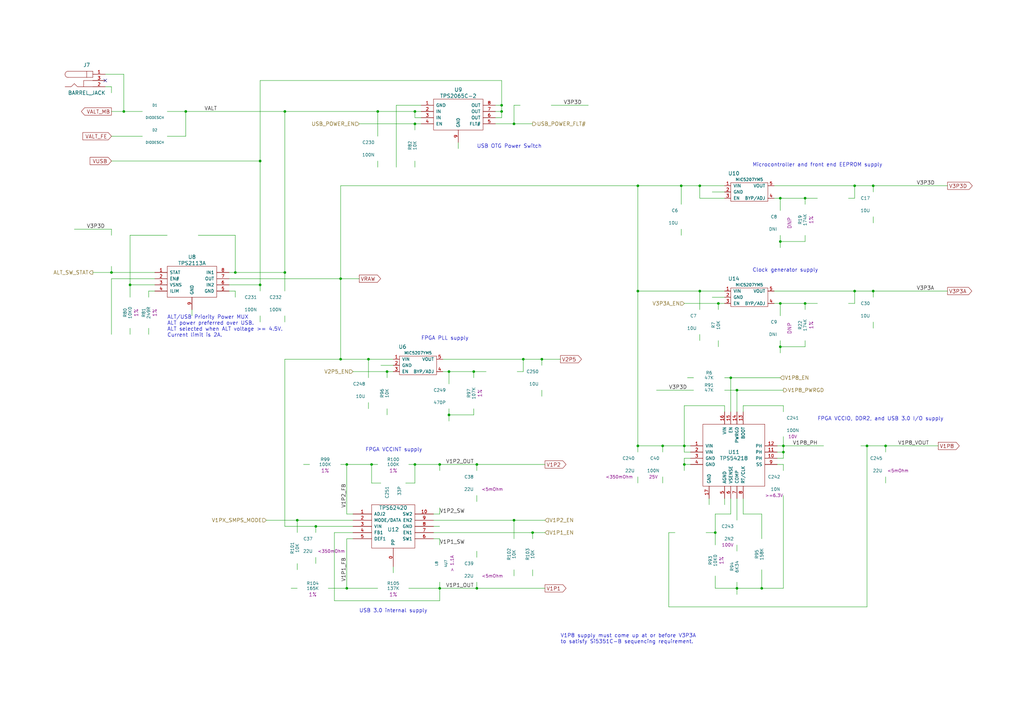
<source format=kicad_sch>
(kicad_sch (version 20230121) (generator eeschema)
  (paper "A3")
  (title_block (title "Daisho Project Main Board") (date "10 Oct 2014") (rev "0") (company "ShareBrained Technology, Inc.") (comment 1 "Copyright © 2013 Jared Boone") (comment 2 "License: GNU General Public License, version 2"))
  (lib_symbols
    (symbol "barrel_jack:BARREL_JACK" (pin_names (offset 1.016))
      (property "Reference" "CON" (at 0 6.35 0))
      (property "Value" "BARREL_JACK" (at 0 -5.08 0))
      (symbol "BARREL_JACK_0_1"
        (arc (start -8.89 2.54) (mid -8.5271 1.6254) (end -7.62 1.27))
        (arc (start -7.62 3.81) (mid -8.5088 3.4366) (end -8.89 2.54))
        (polyline (pts (xy -7.62 1.27) (xy 0 1.27)))
        (polyline (pts (xy 0 3.81) (xy -7.62 3.81)))
        (polyline (pts (xy 2.54 0) (xy -1.27 0) (xy -1.27 -2.54)))
        (polyline (pts (xy 2.54 -2.54) (xy -3.81 -2.54) (xy -5.08 -1.27) (xy -6.35 -2.54) (xy -8.89 -2.54)))
        (rectangle (start 2.54 3.81) (end 0 1.27))
      )
      (symbol "BARREL_JACK_1_1"
        (pin passive line (at 7.62 2.54 180) (length 5.08) (name "~") (number "1"))
        (pin passive line (at 7.62 -2.54 180) (length 5.08) (name "~") (number "2"))
        (pin passive line (at 7.62 0 180) (length 5.08) (name "~") (number "3"))
      )
    )
    (symbol "mic5207-bm5:MIC5207-BM5" (pin_names (offset 1.016))
      (property "Reference" "U" (at -6.35 7.62 0))
      (property "Value" "MIC5207-BM5" (at 0 5.08 0))
      (symbol "MIC5207-BM5_0_1"
        (rectangle (start -7.62 3.81) (end 7.62 -3.81))
      )
      (symbol "MIC5207-BM5_1_1"
        (pin power_in line (at -10.16 2.54 0) (length 2.5654) (name "VIN") (number "1"))
        (pin power_in line (at -10.16 0 0) (length 2.5654) (name "GND") (number "2"))
        (pin input line (at -10.16 -2.54 0) (length 2.5654) (name "EN") (number "3"))
        (pin input line (at 10.16 -2.54 180) (length 2.5654) (name "BYP/ADJ") (number "4"))
        (pin power_out line (at 10.16 2.54 180) (length 2.5654) (name "VOUT") (number "5"))
      )
    )
    (symbol "tps2065c-2:TPS2065C-2" (pin_names (offset 1.016))
      (property "Reference" "U" (at 0 10.16 0))
      (property "Value" "TPS2065C-2" (at 0 7.62 0))
      (symbol "TPS2065C-2_0_1"
        (rectangle (start -10.16 6.35) (end 10.16 -6.35))
      )
      (symbol "TPS2065C-2_1_1"
        (pin power_in line (at -15.24 3.81 0) (length 5.08) (name "GND") (number "1"))
        (pin power_in line (at -15.24 1.27 0) (length 5.08) (name "IN") (number "2"))
        (pin power_in line (at -15.24 -1.27 0) (length 5.08) (name "IN") (number "3"))
        (pin input line (at -15.24 -3.81 0) (length 5.08) (name "EN") (number "4"))
        (pin input line (at 15.24 -3.81 180) (length 5.08) (name "FLT#") (number "5"))
        (pin input line (at 15.24 -1.27 180) (length 5.08) (name "OUT") (number "6"))
        (pin input line (at 15.24 1.27 180) (length 5.08) (name "OUT") (number "7"))
        (pin power_out line (at 15.24 3.81 180) (length 5.08) (name "OUT") (number "8"))
        (pin power_in line (at 0 -11.43 90) (length 5.08) (name "GND") (number "9"))
      )
    )
    (symbol "tps2113a:TPS2113A" (pin_names (offset 1.016))
      (property "Reference" "U" (at 0 10.16 0))
      (property "Value" "TPS2113A" (at 0 7.62 0))
      (symbol "TPS2113A_0_1"
        (rectangle (start 10.16 6.35) (end -10.16 -6.35))
      )
      (symbol "TPS2113A_1_1"
        (pin output line (at -15.24 3.81 0) (length 5.08) (name "STAT") (number "1"))
        (pin input line (at -15.24 1.27 0) (length 5.08) (name "EN#") (number "2"))
        (pin input line (at -15.24 -1.27 0) (length 5.08) (name "VSNS") (number "3"))
        (pin input line (at -15.24 -3.81 0) (length 5.08) (name "ILIM") (number "4"))
        (pin power_in line (at 15.24 -3.81 180) (length 5.08) (name "GND") (number "5"))
        (pin power_in line (at 15.24 -1.27 180) (length 5.08) (name "IN2") (number "6"))
        (pin power_out line (at 15.24 1.27 180) (length 5.08) (name "OUT") (number "7"))
        (pin power_in line (at 15.24 3.81 180) (length 5.08) (name "IN1") (number "8"))
        (pin power_in line (at 0 -11.43 90) (length 5.08) (name "GND") (number "9"))
      )
    )
    (symbol "tps54218:TPS54218" (pin_names (offset 1.016))
      (property "Reference" "U" (at 0 1.27 0))
      (property "Value" "TPS54218" (at 0 -1.27 0))
      (symbol "TPS54218_0_1"
        (rectangle (start -12.7 -12.7) (end 12.7 12.7))
      )
      (symbol "TPS54218_1_1"
        (pin power_in line (at -17.78 3.81 0) (length 5.08) (name "VIN") (number "1"))
        (pin input line (at 17.78 -1.27 180) (length 5.08) (name "PH") (number "10"))
        (pin input line (at 17.78 1.27 180) (length 5.08) (name "PH") (number "11"))
        (pin power_out line (at 17.78 3.81 180) (length 5.08) (name "PH") (number "12"))
        (pin passive line (at 3.81 17.78 270) (length 5.08) (name "BOOT") (number "13"))
        (pin output line (at 1.27 17.78 270) (length 5.08) (name "PWRGD") (number "14"))
        (pin input line (at -1.27 17.78 270) (length 5.08) (name "EN") (number "15"))
        (pin power_in line (at -3.81 17.78 270) (length 5.08) (name "VIN") (number "16"))
        (pin power_in line (at -10.16 -17.78 90) (length 5.08) (name "GND") (number "17"))
        (pin power_in line (at -17.78 1.27 0) (length 5.08) (name "VIN") (number "2"))
        (pin power_in line (at -17.78 -1.27 0) (length 5.08) (name "GND") (number "3"))
        (pin power_in line (at -17.78 -3.81 0) (length 5.08) (name "GND") (number "4"))
        (pin power_in line (at -3.81 -17.78 90) (length 5.08) (name "AGND") (number "5"))
        (pin input line (at -1.27 -17.78 90) (length 5.08) (name "VSENSE") (number "6"))
        (pin passive line (at 1.27 -17.78 90) (length 5.08) (name "COMP") (number "7"))
        (pin input line (at 3.81 -17.78 90) (length 5.08) (name "RT/CLK") (number "8"))
        (pin passive line (at 17.78 -3.81 180) (length 5.08) (name "SS") (number "9"))
      )
    )
    (symbol "tps62420:TPS62420" (pin_names (offset 1.016))
      (property "Reference" "U" (at 0 -1.27 0))
      (property "Value" "TPS62420" (at 0 7.62 0))
      (symbol "TPS62420_0_1"
        (rectangle (start -8.89 8.89) (end 8.89 -8.89))
      )
      (symbol "TPS62420_1_1"
        (pin power_in line (at 0 -16.51 90) (length 7.62) (name "PP") (number "0"))
        (pin input line (at -16.51 5.08 0) (length 7.62) (name "ADJ2") (number "1"))
        (pin output line (at 16.51 5.08 180) (length 7.62) (name "SW2") (number "10"))
        (pin input line (at -16.51 2.54 0) (length 7.62) (name "MODE/DATA") (number "2"))
        (pin power_in line (at -16.51 0 0) (length 7.62) (name "VIN") (number "3"))
        (pin input line (at -16.51 -2.54 0) (length 7.62) (name "FB1") (number "4"))
        (pin input line (at -16.51 -5.08 0) (length 7.62) (name "DEF1") (number "5"))
        (pin output line (at 16.51 -5.08 180) (length 7.62) (name "SW1") (number "6"))
        (pin input line (at 16.51 -2.54 180) (length 7.62) (name "EN1") (number "7"))
        (pin power_in line (at 16.51 0 180) (length 7.62) (name "GND") (number "8"))
        (pin input line (at 16.51 2.54 180) (length 7.62) (name "EN2") (number "9"))
      )
    )
  )
  (junction (at 50.8 45.72))
  (junction (at 358.14 119.38))
  (junction (at 321.31 182.88))
  (junction (at 96.52 111.76))
  (junction (at 280.67 190.5))
  (junction (at 194.31 152.4))
  (junction (at 279.4 76.2))
  (junction (at 195.58 190.5))
  (junction (at 355.6 182.88))
  (junction (at 280.67 182.88))
  (junction (at 261.62 119.38))
  (junction (at 287.02 76.2))
  (junction (at 170.18 45.72))
  (junction (at 151.13 147.32))
  (junction (at 152.4 190.5))
  (junction (at 271.78 182.88))
  (junction (at 76.2 45.72))
  (junction (at 170.18 50.8))
  (junction (at 350.52 119.38))
  (junction (at 321.31 185.42))
  (junction (at 195.58 241.3))
  (junction (at 142.24 190.5))
  (junction (at 106.68 66.04))
  (junction (at 222.25 147.32))
  (junction (at 330.2 124.46))
  (junction (at 106.68 116.84))
  (junction (at 121.92 213.36))
  (junction (at 293.37 218.44))
  (junction (at 363.22 182.88))
  (junction (at 184.15 170.18))
  (junction (at 184.15 152.4))
  (junction (at 350.52 76.2))
  (junction (at 210.82 213.36))
  (junction (at 180.34 241.3))
  (junction (at 53.34 116.84))
  (junction (at 302.26 241.3))
  (junction (at 330.2 81.28))
  (junction (at 45.72 111.76))
  (junction (at 142.24 241.3))
  (junction (at 218.44 218.44))
  (junction (at 154.94 45.72))
  (junction (at 302.26 160.02))
  (junction (at 205.74 43.18))
  (junction (at 210.82 50.8))
  (junction (at 158.75 152.4))
  (junction (at 358.14 76.2))
  (junction (at 139.7 114.3))
  (junction (at 320.04 81.28))
  (junction (at 320.04 142.24))
  (junction (at 261.62 76.2))
  (junction (at 320.04 124.46))
  (junction (at 180.34 190.5))
  (junction (at 312.42 241.3))
  (junction (at 129.54 215.9))
  (junction (at 170.18 190.5))
  (junction (at 205.74 45.72))
  (junction (at 139.7 147.32))
  (junction (at 294.64 124.46))
  (junction (at 214.63 147.32))
  (junction (at 320.04 99.06))
  (junction (at 261.62 182.88))
  (junction (at 287.02 119.38))
  (junction (at 116.84 45.72))
  (junction (at 299.72 154.94))
  (junction (at 116.84 111.76))
  (no_connect (at 43.18 33.02))
  (wire (pts (xy 203.2 50.8) (xy 210.82 50.8)))
  (wire (pts (xy 50.8 45.72) (xy 50.8 30.48)))
  (wire (pts (xy 229.87 147.32) (xy 222.25 147.32)))
  (wire (pts (xy 63.5 114.3) (xy 45.72 114.3)))
  (wire (pts (xy 350.52 119.38) (xy 358.14 119.38)))
  (wire (pts (xy 116.84 119.38) (xy 116.84 111.76)))
  (wire (pts (xy 358.14 76.2) (xy 388.62 76.2)))
  (wire (pts (xy 321.31 187.96) (xy 321.31 185.42)))
  (wire (pts (xy 137.16 246.38) (xy 180.34 246.38)))
  (wire (pts (xy 45.72 35.56) (xy 45.72 38.1)))
  (wire (pts (xy 93.98 111.76) (xy 96.52 111.76)))
  (wire (pts (xy 76.2 45.72) (xy 76.2 55.88)))
  (wire (pts (xy 195.58 193.04) (xy 195.58 190.5)))
  (wire (pts (xy 50.8 30.48) (xy 43.18 30.48)))
  (wire (pts (xy 142.24 190.5) (xy 139.7 190.5)))
  (wire (pts (xy 297.18 124.46) (xy 294.64 124.46)))
  (wire (pts (xy 294.64 124.46) (xy 280.67 124.46)))
  (wire (pts (xy 213.36 43.18) (xy 210.82 43.18)))
  (wire (pts (xy 276.86 218.44) (xy 274.32 218.44)))
  (wire (pts (xy 167.64 241.3) (xy 180.34 241.3)))
  (wire (pts (xy 302.26 241.3) (xy 293.37 241.3)))
  (wire (pts (xy 170.18 198.12) (xy 166.37 198.12)))
  (wire (pts (xy 363.22 185.42) (xy 363.22 182.88)))
  (wire (pts (xy 280.67 182.88) (xy 271.78 182.88)))
  (wire (pts (xy 60.96 134.62) (xy 60.96 137.16)))
  (wire (pts (xy 294.64 127) (xy 294.64 124.46)))
  (wire (pts (xy 358.14 132.08) (xy 358.14 134.62)))
  (wire (pts (xy 154.94 241.3) (xy 142.24 241.3)))
  (wire (pts (xy 294.64 139.7) (xy 294.64 142.24)))
  (wire (pts (xy 261.62 119.38) (xy 261.62 76.2)))
  (wire (pts (xy 170.18 45.72) (xy 154.94 45.72)))
  (wire (pts (xy 302.26 168.91) (xy 302.26 160.02)))
  (wire (pts (xy 384.81 182.88) (xy 363.22 182.88)))
  (wire (pts (xy 142.24 241.3) (xy 134.62 241.3)))
  (wire (pts (xy 210.82 220.98) (xy 210.82 213.36)))
  (wire (pts (xy 172.72 43.18) (xy 162.56 43.18)))
  (wire (pts (xy 170.18 50.8) (xy 172.72 50.8)))
  (wire (pts (xy 194.31 170.18) (xy 194.31 167.64)))
  (wire (pts (xy 139.7 114.3) (xy 147.32 114.3)))
  (wire (pts (xy 280.67 185.42) (xy 280.67 182.88)))
  (wire (pts (xy 302.26 243.84) (xy 302.26 241.3)))
  (wire (pts (xy 318.77 187.96) (xy 321.31 187.96)))
  (wire (pts (xy 317.5 119.38) (xy 350.52 119.38)))
  (wire (pts (xy 45.72 93.98) (xy 45.72 96.52)))
  (wire (pts (xy 317.5 76.2) (xy 350.52 76.2)))
  (wire (pts (xy 358.14 88.9) (xy 358.14 91.44)))
  (wire (pts (xy 320.04 154.94) (xy 299.72 154.94)))
  (wire (pts (xy 151.13 147.32) (xy 139.7 147.32)))
  (wire (pts (xy 321.31 182.88) (xy 337.82 182.88)))
  (wire (pts (xy 76.2 55.88) (xy 68.58 55.88)))
  (wire (pts (xy 222.25 160.02) (xy 222.25 162.56)))
  (wire (pts (xy 318.77 185.42) (xy 321.31 185.42)))
  (wire (pts (xy 139.7 114.3) (xy 139.7 147.32)))
  (wire (pts (xy 187.96 58.42) (xy 187.96 60.96)))
  (wire (pts (xy 355.6 248.92) (xy 274.32 248.92)))
  (wire (pts (xy 147.32 50.8) (xy 170.18 50.8)))
  (wire (pts (xy 320.04 99.06) (xy 320.04 96.52)))
  (wire (pts (xy 158.75 167.64) (xy 158.75 170.18)))
  (wire (pts (xy 180.34 190.5) (xy 195.58 190.5)))
  (wire (pts (xy 287.02 119.38) (xy 297.18 119.38)))
  (wire (pts (xy 223.52 218.44) (xy 218.44 218.44)))
  (wire (pts (xy 172.72 48.26) (xy 170.18 48.26)))
  (wire (pts (xy 299.72 154.94) (xy 297.18 154.94)))
  (wire (pts (xy 280.67 187.96) (xy 280.67 190.5)))
  (wire (pts (xy 302.26 204.47) (xy 302.26 213.36)))
  (wire (pts (xy 271.78 185.42) (xy 271.78 182.88)))
  (wire (pts (xy 50.8 45.72) (xy 58.42 45.72)))
  (wire (pts (xy 289.56 218.44) (xy 293.37 218.44)))
  (wire (pts (xy 121.92 231.14) (xy 121.92 233.68)))
  (wire (pts (xy 320.04 81.28) (xy 330.2 81.28)))
  (wire (pts (xy 199.39 152.4) (xy 194.31 152.4)))
  (wire (pts (xy 96.52 96.52) (xy 96.52 111.76)))
  (wire (pts (xy 152.4 190.5) (xy 142.24 190.5)))
  (wire (pts (xy 116.84 111.76) (xy 116.84 45.72)))
  (wire (pts (xy 297.18 166.37) (xy 280.67 166.37)))
  (wire (pts (xy 30.48 93.98) (xy 45.72 93.98)))
  (wire (pts (xy 170.18 48.26) (xy 170.18 45.72)))
  (wire (pts (xy 81.28 96.52) (xy 96.52 96.52)))
  (wire (pts (xy 293.37 210.82) (xy 293.37 218.44)))
  (wire (pts (xy 180.34 241.3) (xy 180.34 238.76)))
  (wire (pts (xy 194.31 154.94) (xy 194.31 152.4)))
  (wire (pts (xy 116.84 45.72) (xy 76.2 45.72)))
  (wire (pts (xy 63.5 116.84) (xy 53.34 116.84)))
  (wire (pts (xy 261.62 185.42) (xy 261.62 182.88)))
  (wire (pts (xy 363.22 195.58) (xy 363.22 198.12)))
  (wire (pts (xy 299.72 204.47) (xy 299.72 210.82)))
  (wire (pts (xy 180.34 190.5) (xy 180.34 193.04)))
  (wire (pts (xy 154.94 45.72) (xy 154.94 55.88)))
  (wire (pts (xy 162.56 43.18) (xy 162.56 68.58)))
  (wire (pts (xy 302.26 223.52) (xy 302.26 226.06)))
  (wire (pts (xy 287.02 127) (xy 287.02 119.38)))
  (wire (pts (xy 170.18 190.5) (xy 180.34 190.5)))
  (wire (pts (xy 180.34 208.28) (xy 180.34 210.82)))
  (wire (pts (xy 321.31 185.42) (xy 321.31 182.88)))
  (wire (pts (xy 304.8 210.82) (xy 312.42 210.82)))
  (wire (pts (xy 283.21 182.88) (xy 280.67 182.88)))
  (wire (pts (xy 96.52 121.92) (xy 96.52 119.38)))
  (wire (pts (xy 154.94 45.72) (xy 116.84 45.72)))
  (wire (pts (xy 293.37 218.44) (xy 293.37 223.52)))
  (wire (pts (xy 271.78 198.12) (xy 271.78 195.58)))
  (wire (pts (xy 106.68 129.54) (xy 106.68 132.08)))
  (wire (pts (xy 96.52 119.38) (xy 93.98 119.38)))
  (wire (pts (xy 129.54 228.6) (xy 129.54 231.14)))
  (wire (pts (xy 279.4 76.2) (xy 279.4 83.82)))
  (wire (pts (xy 195.58 190.5) (xy 223.52 190.5)))
  (wire (pts (xy 350.52 76.2) (xy 358.14 76.2)))
  (wire (pts (xy 184.15 152.4) (xy 181.61 152.4)))
  (wire (pts (xy 139.7 76.2) (xy 139.7 114.3)))
  (wire (pts (xy 280.67 190.5) (xy 280.67 193.04)))
  (wire (pts (xy 330.2 99.06) (xy 320.04 99.06)))
  (wire (pts (xy 170.18 66.04) (xy 170.18 68.58)))
  (wire (pts (xy 279.4 93.98) (xy 279.4 96.52)))
  (wire (pts (xy 139.7 147.32) (xy 116.84 147.32)))
  (wire (pts (xy 142.24 220.98) (xy 144.78 220.98)))
  (wire (pts (xy 161.29 232.41) (xy 161.29 234.95)))
  (wire (pts (xy 45.72 66.04) (xy 106.68 66.04)))
  (wire (pts (xy 284.48 160.02) (xy 269.24 160.02)))
  (wire (pts (xy 161.29 147.32) (xy 151.13 147.32)))
  (wire (pts (xy 312.42 241.3) (xy 302.26 241.3)))
  (wire (pts (xy 297.18 78.74) (xy 292.1 78.74)))
  (wire (pts (xy 142.24 210.82) (xy 142.24 190.5)))
  (wire (pts (xy 318.77 182.88) (xy 321.31 182.88)))
  (wire (pts (xy 321.31 203.2) (xy 321.31 241.3)))
  (wire (pts (xy 214.63 152.4) (xy 212.09 152.4)))
  (wire (pts (xy 205.74 43.18) (xy 203.2 43.18)))
  (wire (pts (xy 156.21 198.12) (xy 152.4 198.12)))
  (wire (pts (xy 154.94 190.5) (xy 152.4 190.5)))
  (wire (pts (xy 358.14 119.38) (xy 358.14 121.92)))
  (wire (pts (xy 93.98 116.84) (xy 106.68 116.84)))
  (wire (pts (xy 355.6 182.88) (xy 353.06 182.88)))
  (wire (pts (xy 330.2 124.46) (xy 320.04 124.46)))
  (wire (pts (xy 312.42 233.68) (xy 312.42 241.3)))
  (wire (pts (xy 283.21 190.5) (xy 280.67 190.5)))
  (wire (pts (xy 297.18 207.01) (xy 297.18 204.47)))
  (wire (pts (xy 119.38 241.3) (xy 121.92 241.3)))
  (wire (pts (xy 121.92 218.44) (xy 121.92 213.36)))
  (wire (pts (xy 106.68 116.84) (xy 106.68 66.04)))
  (wire (pts (xy 287.02 81.28) (xy 297.18 81.28)))
  (wire (pts (xy 290.83 207.01) (xy 290.83 204.47)))
  (wire (pts (xy 151.13 165.1) (xy 151.13 167.64)))
  (wire (pts (xy 321.31 241.3) (xy 312.42 241.3)))
  (wire (pts (xy 76.2 45.72) (xy 68.58 45.72)))
  (wire (pts (xy 195.58 226.06) (xy 195.58 228.6)))
  (wire (pts (xy 53.34 116.84) (xy 53.34 96.52)))
  (wire (pts (xy 287.02 76.2) (xy 279.4 76.2)))
  (wire (pts (xy 284.48 154.94) (xy 281.94 154.94)))
  (wire (pts (xy 304.8 204.47) (xy 304.8 210.82)))
  (wire (pts (xy 167.64 190.5) (xy 170.18 190.5)))
  (wire (pts (xy 154.94 66.04) (xy 154.94 68.58)))
  (wire (pts (xy 106.68 66.04) (xy 106.68 33.02)))
  (wire (pts (xy 210.82 43.18) (xy 210.82 50.8)))
  (wire (pts (xy 321.31 190.5) (xy 318.77 190.5)))
  (wire (pts (xy 321.31 166.37) (xy 304.8 166.37)))
  (wire (pts (xy 330.2 142.24) (xy 330.2 139.7)))
  (wire (pts (xy 321.31 193.04) (xy 321.31 190.5)))
  (wire (pts (xy 210.82 50.8) (xy 218.44 50.8)))
  (wire (pts (xy 144.78 218.44) (xy 137.16 218.44)))
  (wire (pts (xy 184.15 167.64) (xy 184.15 170.18)))
  (wire (pts (xy 184.15 152.4) (xy 184.15 157.48)))
  (wire (pts (xy 78.74 129.54) (xy 78.74 127)))
  (wire (pts (xy 335.28 124.46) (xy 330.2 124.46)))
  (wire (pts (xy 158.75 152.4) (xy 144.78 152.4)))
  (wire (pts (xy 223.52 213.36) (xy 210.82 213.36)))
  (wire (pts (xy 203.2 45.72) (xy 205.74 45.72)))
  (wire (pts (xy 210.82 213.36) (xy 177.8 213.36)))
  (wire (pts (xy 320.04 124.46) (xy 320.04 129.54)))
  (wire (pts (xy 293.37 236.22) (xy 293.37 241.3)))
  (wire (pts (xy 184.15 170.18) (xy 184.15 172.72)))
  (wire (pts (xy 261.62 76.2) (xy 139.7 76.2)))
  (wire (pts (xy 152.4 198.12) (xy 152.4 190.5)))
  (wire (pts (xy 116.84 129.54) (xy 116.84 132.08)))
  (wire (pts (xy 116.84 147.32) (xy 116.84 215.9)))
  (wire (pts (xy 299.72 168.91) (xy 299.72 154.94)))
  (wire (pts (xy 363.22 182.88) (xy 355.6 182.88)))
  (wire (pts (xy 241.3 43.18) (xy 226.06 43.18)))
  (wire (pts (xy 271.78 182.88) (xy 261.62 182.88)))
  (wire (pts (xy 287.02 76.2) (xy 287.02 81.28)))
  (wire (pts (xy 53.34 134.62) (xy 53.34 137.16)))
  (wire (pts (xy 45.72 114.3) (xy 45.72 137.16)))
  (wire (pts (xy 358.14 119.38) (xy 388.62 119.38)))
  (wire (pts (xy 280.67 182.88) (xy 280.67 166.37)))
  (wire (pts (xy 261.62 195.58) (xy 261.62 198.12)))
  (wire (pts (xy 195.58 241.3) (xy 223.52 241.3)))
  (wire (pts (xy 180.34 241.3) (xy 195.58 241.3)))
  (wire (pts (xy 43.18 35.56) (xy 45.72 35.56)))
  (wire (pts (xy 63.5 119.38) (xy 60.96 119.38)))
  (wire (pts (xy 184.15 170.18) (xy 194.31 170.18)))
  (wire (pts (xy 320.04 86.36) (xy 320.04 81.28)))
  (wire (pts (xy 347.98 81.28) (xy 350.52 81.28)))
  (wire (pts (xy 279.4 76.2) (xy 261.62 76.2)))
  (wire (pts (xy 195.58 241.3) (xy 195.58 238.76)))
  (wire (pts (xy 129.54 215.9) (xy 144.78 215.9)))
  (wire (pts (xy 287.02 137.16) (xy 287.02 139.7)))
  (wire (pts (xy 121.92 213.36) (xy 109.22 213.36)))
  (wire (pts (xy 106.68 33.02) (xy 205.74 33.02)))
  (wire (pts (xy 350.52 124.46) (xy 347.98 124.46)))
  (wire (pts (xy 144.78 213.36) (xy 121.92 213.36)))
  (wire (pts (xy 297.18 121.92) (xy 292.1 121.92)))
  (wire (pts (xy 321.31 182.88) (xy 321.31 179.07)))
  (wire (pts (xy 214.63 147.32) (xy 214.63 152.4)))
  (wire (pts (xy 170.18 53.34) (xy 170.18 50.8)))
  (wire (pts (xy 45.72 45.72) (xy 50.8 45.72)))
  (wire (pts (xy 330.2 81.28) (xy 335.28 81.28)))
  (wire (pts (xy 222.25 147.32) (xy 214.63 147.32)))
  (wire (pts (xy 302.26 241.3) (xy 302.26 238.76)))
  (wire (pts (xy 330.2 96.52) (xy 330.2 99.06)))
  (wire (pts (xy 129.54 218.44) (xy 129.54 215.9)))
  (wire (pts (xy 180.34 246.38) (xy 180.34 241.3)))
  (wire (pts (xy 302.26 160.02) (xy 321.31 160.02)))
  (wire (pts (xy 312.42 210.82) (xy 312.42 220.98)))
  (wire (pts (xy 320.04 139.7) (xy 320.04 142.24)))
  (wire (pts (xy 205.74 48.26) (xy 205.74 45.72)))
  (wire (pts (xy 180.34 210.82) (xy 177.8 210.82)))
  (wire (pts (xy 355.6 182.88) (xy 355.6 248.92)))
  (wire (pts (xy 320.04 142.24) (xy 320.04 144.78)))
  (wire (pts (xy 161.29 152.4) (xy 158.75 152.4)))
  (wire (pts (xy 142.24 241.3) (xy 142.24 220.98)))
  (wire (pts (xy 218.44 218.44) (xy 177.8 218.44)))
  (wire (pts (xy 222.25 149.86) (xy 222.25 147.32)))
  (wire (pts (xy 194.31 152.4) (xy 184.15 152.4)))
  (wire (pts (xy 320.04 101.6) (xy 320.04 99.06)))
  (wire (pts (xy 218.44 233.68) (xy 218.44 236.22)))
  (wire (pts (xy 144.78 210.82) (xy 142.24 210.82)))
  (wire (pts (xy 297.18 160.02) (xy 302.26 160.02)))
  (wire (pts (xy 63.5 111.76) (xy 45.72 111.76)))
  (wire (pts (xy 60.96 119.38) (xy 60.96 121.92)))
  (wire (pts (xy 177.8 220.98) (xy 180.34 220.98)))
  (wire (pts (xy 261.62 182.88) (xy 261.62 119.38)))
  (wire (pts (xy 320.04 124.46) (xy 317.5 124.46)))
  (wire (pts (xy 96.52 111.76) (xy 116.84 111.76)))
  (wire (pts (xy 274.32 218.44) (xy 274.32 248.92)))
  (wire (pts (xy 297.18 76.2) (xy 287.02 76.2)))
  (wire (pts (xy 137.16 218.44) (xy 137.16 246.38)))
  (wire (pts (xy 283.21 185.42) (xy 280.67 185.42)))
  (wire (pts (xy 321.31 168.91) (xy 321.31 166.37)))
  (wire (pts (xy 205.74 43.18) (xy 205.74 33.02)))
  (wire (pts (xy 205.74 48.26) (xy 203.2 48.26)))
  (wire (pts (xy 45.72 109.22) (xy 45.72 111.76)))
  (wire (pts (xy 297.18 166.37) (xy 297.18 168.91)))
  (wire (pts (xy 330.2 81.28) (xy 330.2 83.82)))
  (wire (pts (xy 53.34 121.92) (xy 53.34 116.84)))
  (wire (pts (xy 45.72 55.88) (xy 58.42 55.88)))
  (wire (pts (xy 151.13 147.32) (xy 151.13 154.94)))
  (wire (pts (xy 261.62 119.38) (xy 287.02 119.38)))
  (wire (pts (xy 195.58 203.2) (xy 195.58 205.74)))
  (wire (pts (xy 161.29 149.86) (xy 156.21 149.86)))
  (wire (pts (xy 304.8 166.37) (xy 304.8 168.91)))
  (wire (pts (xy 320.04 142.24) (xy 330.2 142.24)))
  (wire (pts (xy 350.52 81.28) (xy 350.52 76.2)))
  (wire (pts (xy 93.98 114.3) (xy 139.7 114.3)))
  (wire (pts (xy 358.14 78.74) (xy 358.14 76.2)))
  (wire (pts (xy 177.8 215.9) (xy 180.34 215.9)))
  (wire (pts (xy 158.75 154.94) (xy 158.75 152.4)))
  (wire (pts (xy 205.74 45.72) (xy 205.74 43.18)))
  (wire (pts (xy 127 190.5) (xy 124.46 190.5)))
  (wire (pts (xy 170.18 190.5) (xy 170.18 198.12)))
  (wire (pts (xy 116.84 215.9) (xy 129.54 215.9)))
  (wire (pts (xy 172.72 45.72) (xy 170.18 45.72)))
  (wire (pts (xy 299.72 210.82) (xy 293.37 210.82)))
  (wire (pts (xy 350.52 119.38) (xy 350.52 124.46)))
  (wire (pts (xy 210.82 233.68) (xy 210.82 236.22)))
  (wire (pts (xy 53.34 96.52) (xy 68.58 96.52)))
  (wire (pts (xy 317.5 81.28) (xy 320.04 81.28)))
  (wire (pts (xy 106.68 119.38) (xy 106.68 116.84)))
  (wire (pts (xy 283.21 187.96) (xy 280.67 187.96)))
  (wire (pts (xy 218.44 220.98) (xy 218.44 218.44)))
  (wire (pts (xy 180.34 220.98) (xy 180.34 223.52)))
  (wire (pts (xy 45.72 111.76) (xy 38.1 111.76)))
  (wire (pts (xy 330.2 127) (xy 330.2 124.46)))
  (wire (pts (xy 214.63 147.32) (xy 181.61 147.32)))
  (text "ALT/USB Priority Power MUX\nALT power preferred over USB.\nALT selected when ALT voltage >= 4.5V.\nCurrent limit is 2A." (at 68.58 138.43 0) (effects (font (size 1.524 1.524)) (justify left bottom)))
  (text "FPGA VCCINT supply" (at 149.86 185.42 0) (effects (font (size 1.524 1.524)) (justify left bottom)))
  (text "USB 3.0 internal supply" (at 147.32 251.46 0) (effects (font (size 1.524 1.524)) (justify left bottom)))
  (text "Microcontroller and front end EEPROM supply" (at 308.61 68.58 0) (effects (font (size 1.524 1.524)) (justify left bottom)))
  (text "Clock generator supply" (at 308.61 111.76 0) (effects (font (size 1.524 1.524)) (justify left bottom)))
  (text "V1P8 supply must come up at or before V3P3A\nto satisfy Si5351C-B sequencing requirement." (at 229.87 264.16 0) (effects (font (size 1.524 1.524)) (justify left bottom)))
  (text "FPGA PLL supply" (at 172.72 139.7 0) (effects (font (size 1.524 1.524)) (justify left bottom)))
  (text "USB OTG Power Switch" (at 195.58 60.96 0) (effects (font (size 1.524 1.524)) (justify left bottom)))
  (text "FPGA VCCIO, DDR2, and USB 3.0 I/O supply" (at 335.28 172.72 0) (effects (font (size 1.524 1.524)) (justify left bottom)))
  (label "VALT" (at 83.82 45.72 0) (effects (font (size 1.524 1.524))))
  (label "V3P3D" (at 375.92 76.2 0) (effects (font (size 1.524 1.524))))
  (label "V1P1_SW" (at 180.34 223.52 0) (effects (font (size 1.524 1.524))))
  (label "V1P1_OUT" (at 182.88 241.3 0) (effects (font (size 1.524 1.524))))
  (label "V3P3D" (at 35.56 93.98 0) (effects (font (size 1.524 1.524))))
  (label "V1P2_SW" (at 180.34 210.82 0) (effects (font (size 1.524 1.524))))
  (label "V1P2_OUT" (at 182.88 190.5 0) (effects (font (size 1.524 1.524))))
  (label "V1P1_FB" (at 142.24 228.6 270) (effects (font (size 1.524 1.524))))
  (label "V3P3D" (at 231.14 43.18 0) (effects (font (size 1.524 1.524))))
  (label "V3P3D" (at 274.32 160.02 0) (effects (font (size 1.524 1.524))))
  (label "V1P8_PH" (at 325.12 182.88 0) (effects (font (size 1.524 1.524))))
  (label "V1P8_VOUT" (at 368.3 182.88 0) (effects (font (size 1.524 1.524))))
  (label "V3P3A" (at 375.92 119.38 0) (effects (font (size 1.524 1.524))))
  (label "V1P2_FB" (at 142.24 208.28 90) (effects (font (size 1.524 1.524))))
  (global_label "VUSB" (shape input) (at 45.72 66.04 180) (effects (font (size 1.524 1.524))) (property "Intersheetrefs" "${INTERSHEET_REFS}" (effects hide)))
  (global_label "VRAW" (shape output) (at 147.32 114.3 0) (effects (font (size 1.524 1.524))) (property "Intersheetrefs" "${INTERSHEET_REFS}" (effects hide)))
  (global_label "V3P3D" (shape output) (at 388.62 76.2 0) (effects (font (size 1.524 1.524))) (property "Intersheetrefs" "${INTERSHEET_REFS}" (effects hide)))
  (global_label "VALT_MB" (shape output) (at 45.72 45.72 180) (effects (font (size 1.524 1.524))) (property "Intersheetrefs" "${INTERSHEET_REFS}" (effects hide)))
  (global_label "V3P3A" (shape output) (at 388.62 119.38 0) (effects (font (size 1.524 1.524))) (property "Intersheetrefs" "${INTERSHEET_REFS}" (effects hide)))
  (global_label "VALT_FE" (shape input) (at 45.72 55.88 180) (effects (font (size 1.524 1.524))) (property "Intersheetrefs" "${INTERSHEET_REFS}" (effects hide)))
  (global_label "V1P1" (shape output) (at 223.52 241.3 0) (effects (font (size 1.524 1.524))) (property "Intersheetrefs" "${INTERSHEET_REFS}" (effects hide)))
  (global_label "V1P8" (shape output) (at 384.81 182.88 0) (effects (font (size 1.524 1.524))) (property "Intersheetrefs" "${INTERSHEET_REFS}" (effects hide)))
  (global_label "V2P5" (shape output) (at 229.87 147.32 0) (effects (font (size 1.524 1.524))) (property "Intersheetrefs" "${INTERSHEET_REFS}" (effects hide)))
  (global_label "V1P2" (shape output) (at 223.52 190.5 0) (effects (font (size 1.524 1.524))) (property "Intersheetrefs" "${INTERSHEET_REFS}" (effects hide)))
  (hierarchical_label "V1P8_PWRGD" (shape output) (at 321.31 160.02 0) (effects (font (size 1.524 1.524))))
  (hierarchical_label "USB_POWER_FLT#" (shape output) (at 218.44 50.8 0) (effects (font (size 1.524 1.524))))
  (hierarchical_label "V3P3A_EN" (shape input) (at 280.67 124.46 180) (effects (font (size 1.524 1.524))))
  (hierarchical_label "USB_POWER_EN" (shape input) (at 147.32 50.8 180) (effects (font (size 1.524 1.524))))
  (hierarchical_label "ALT_SW_STAT" (shape output) (at 38.1 111.76 180) (effects (font (size 1.524 1.524))))
  (hierarchical_label "V1PX_SMPS_MODE" (shape input) (at 109.22 213.36 180) (effects (font (size 1.524 1.524))))
  (hierarchical_label "V1P8_EN" (shape input) (at 320.04 154.94 0) (effects (font (size 1.524 1.524))))
  (hierarchical_label "V1P1_EN" (shape input) (at 223.52 218.44 0) (effects (font (size 1.524 1.524))))
  (hierarchical_label "V1P2_EN" (shape input) (at 223.52 213.36 0) (effects (font (size 1.524 1.524))))
  (hierarchical_label "V2P5_EN" (shape input) (at 144.78 152.4 180) (effects (font (size 1.524 1.524))))
  (symbol (lib_id "mic5207-bm5:MIC5207-BM5") (at 171.45 149.86 0) (unit 1)
    (property "Reference" "U6" (at 165.1 142.24 0) (effects (font (size 1.524 1.524))))
    (property "Value" "MIC5207YM5" (at 171.45 144.78 0) (effects (font (size 1.1938 1.1938))))
    (property "Manufacturer" "Micrel" (effects hide))
    (property "Part Number" "MIC5207YM5" (effects hide))
  )
  (symbol (lib_id "C") (at 151.13 160.02 0) (mirror y) (unit 1)
    (property "Reference" "C248" (at 149.86 157.48 0) (effects (justify left)))
    (property "Value" "10U" (at 149.86 162.56 0) (effects (justify left)))
    (property "Manufacturer" "Murata" (effects hide))
    (property "Part Number" "GRM21BR61A106KE19L" (effects hide))
  )
  (symbol (lib_id "C") (at 222.25 154.94 0) (mirror y) (unit 1)
    (property "Reference" "C250" (at 220.98 152.4 0) (effects (justify left)))
    (property "Value" "10U" (at 220.98 157.48 0) (effects (justify left)))
    (property "Manufacturer" "Murata" (effects hide))
    (property "Part Number" "GRM21BR61A106KE19L" (effects hide))
  )
  (symbol (lib_id "R") (at 194.31 161.29 0) (mirror y) (unit 1)
    (property "Reference" "R97" (at 192.278 161.29 90))
    (property "Value" "107K" (at 194.31 161.29 90))
    (property "Manufacturer" "Stackpole" (effects hide))
    (property "Part Number" "RMCF0402FT107K" (effects hide))
    (property "Tolerance" "1%" (at 196.85 161.29 90) (effects (font (size 1.524 1.524))))
  )
  (symbol (lib_id "R") (at 205.74 152.4 270) (mirror x) (unit 1)
    (property "Reference" "R98" (at 205.74 150.368 90))
    (property "Value" "105K" (at 205.74 152.4 90))
    (property "Manufacturer" "Stackpole" (effects hide))
    (property "Part Number" "RMCF0402FT105K" (effects hide))
    (property "Tolerance" "1%" (at 205.74 154.94 90) (effects (font (size 1.524 1.524))))
  )
  (symbol (lib_id "C") (at 184.15 162.56 0) (mirror y) (unit 1)
    (property "Reference" "C249" (at 182.88 160.02 0) (effects (justify left)))
    (property "Value" "470P" (at 182.88 165.1 0) (effects (justify left)))
    (property "Manufacturer" "Murata" (effects hide))
    (property "Part Number" "GRM1555C1H471JA01D" (effects hide))
  )
  (symbol (lib_id "GND") (at 222.25 162.56 0) (unit 1)
    (property "Reference" "#PWR092" (effects hide))
    (property "Value" "GND" (effects hide))
  )
  (symbol (lib_id "GND") (at 184.15 172.72 0) (unit 1)
    (property "Reference" "#PWR091" (effects hide))
    (property "Value" "GND" (effects hide))
  )
  (symbol (lib_id "GND") (at 156.21 149.86 270) (unit 1)
    (property "Reference" "#PWR090" (effects hide))
    (property "Value" "GND" (effects hide))
  )
  (symbol (lib_id "GND") (at 151.13 167.64 0) (unit 1)
    (property "Reference" "#PWR089" (effects hide))
    (property "Value" "GND" (effects hide))
  )
  (symbol (lib_id "tps2113a:TPS2113A") (at 78.74 115.57 0) (unit 1)
    (property "Reference" "U8" (at 78.74 105.41 0) (effects (font (size 1.524 1.524))))
    (property "Value" "TPS2113A" (at 78.74 107.95 0) (effects (font (size 1.524 1.524))))
    (property "Manufacturer" "TI" (effects hide))
    (property "Part Number" "TPS2113ADRB" (effects hide))
  )
  (symbol (lib_id "tps2065c-2:TPS2065C-2") (at 187.96 46.99 0) (unit 1)
    (property "Reference" "U9" (at 187.96 36.83 0) (effects (font (size 1.524 1.524))))
    (property "Value" "TPS2065C-2" (at 187.96 39.37 0) (effects (font (size 1.524 1.524))))
    (property "Manufacturer" "TI" (effects hide))
    (property "Part Number" "TPS2065CDGN-2" (effects hide))
  )
  (symbol (lib_id "GND") (at 78.74 129.54 0) (unit 1)
    (property "Reference" "#PWR088" (effects hide))
    (property "Value" "GND" (effects hide))
  )
  (symbol (lib_id "GND") (at 96.52 121.92 0) (unit 1)
    (property "Reference" "#PWR087" (effects hide))
    (property "Value" "GND" (effects hide))
  )
  (symbol (lib_id "R") (at 45.72 102.87 180) (unit 1)
    (property "Reference" "R78" (at 43.688 102.87 90))
    (property "Value" "10K" (at 45.72 102.87 90))
    (property "Manufacturer" "Stackpole" (effects hide))
    (property "Part Number" "RMCF0402JT10K0" (effects hide))
  )
  (symbol (lib_id "GND") (at 45.72 137.16 0) (unit 1)
    (property "Reference" "#PWR086" (effects hide))
    (property "Value" "GND" (effects hide))
  )
  (symbol (lib_id "R") (at 60.96 128.27 0) (mirror y) (unit 1)
    (property "Reference" "R81" (at 58.928 128.27 90))
    (property "Value" "249R" (at 60.96 128.27 90))
    (property "Manufacturer" "Stackpole" (effects hide))
    (property "Part Number" "RMCF0402FT249R" (effects hide))
    (property "Tolerance" "1%" (at 63.5 128.27 90) (effects (font (size 1.524 1.524))))
  )
  (symbol (lib_id "GND") (at 60.96 137.16 0) (unit 1)
    (property "Reference" "#PWR085" (effects hide))
    (property "Value" "GND" (effects hide))
  )
  (symbol (lib_id "C") (at 106.68 124.46 0) (mirror y) (unit 1)
    (property "Reference" "C231" (at 105.41 121.92 0) (effects (justify left)))
    (property "Value" "100N" (at 105.41 127 0) (effects (justify left)))
    (property "Manufacturer" "Murata" (effects hide))
    (property "Part Number" "GRM155R61A104KA01D" (effects hide))
  )
  (symbol (lib_id "C") (at 116.84 124.46 0) (mirror y) (unit 1)
    (property "Reference" "C232" (at 115.57 121.92 0) (effects (justify left)))
    (property "Value" "100N" (at 115.57 127 0) (effects (justify left)))
    (property "Manufacturer" "Murata" (effects hide))
    (property "Part Number" "GRM155R61A104KA01D" (effects hide))
  )
  (symbol (lib_id "GND") (at 106.68 132.08 0) (unit 1)
    (property "Reference" "#PWR084" (effects hide))
    (property "Value" "GND" (effects hide))
  )
  (symbol (lib_id "GND") (at 116.84 132.08 0) (unit 1)
    (property "Reference" "#PWR083" (effects hide))
    (property "Value" "GND" (effects hide))
  )
  (symbol (lib_id "R") (at 74.93 96.52 90) (unit 1)
    (property "Reference" "R79" (at 74.93 94.488 90))
    (property "Value" "47K0" (at 74.93 96.52 90))
    (property "Manufacturer" "Stackpole" (effects hide))
    (property "Part Number" "RMCF0402FT47K0" (effects hide))
    (property "Tolerance" "1%" (at 74.93 99.06 90) (effects (font (size 1.524 1.524))))
  )
  (symbol (lib_id "R") (at 53.34 128.27 0) (mirror y) (unit 1)
    (property "Reference" "R80" (at 51.308 128.27 90))
    (property "Value" "10K0" (at 53.34 128.27 90))
    (property "Manufacturer" "Stackpole" (effects hide))
    (property "Part Number" "RMCF0402FT10K0" (effects hide))
    (property "Tolerance" "1%" (at 55.88 128.27 90) (effects (font (size 1.524 1.524))))
  )
  (symbol (lib_id "GND") (at 53.34 137.16 0) (unit 1)
    (property "Reference" "#PWR082" (effects hide))
    (property "Value" "GND" (effects hide))
  )
  (symbol (lib_id "DIODESCH") (at 63.5 45.72 0) (unit 1)
    (property "Reference" "D1" (at 63.5 43.18 0) (effects (font (size 1.016 1.016))))
    (property "Value" "DIODESCH" (at 63.5 48.26 0) (effects (font (size 1.016 1.016))))
    (property "Manufacturer" "Diodes Inc." (effects hide))
    (property "Part Number" "B340A-13-F" (effects hide))
  )
  (symbol (lib_id "DIODESCH") (at 63.5 55.88 0) (unit 1)
    (property "Reference" "D2" (at 63.5 53.34 0) (effects (font (size 1.016 1.016))))
    (property "Value" "DIODESCH" (at 63.5 58.42 0) (effects (font (size 1.016 1.016))))
    (property "Manufacturer" "Diodes Inc" (effects hide))
    (property "Part Number" "B340A-13-F" (effects hide))
  )
  (symbol (lib_id "GND") (at 187.96 60.96 0) (unit 1)
    (property "Reference" "#PWR081" (effects hide))
    (property "Value" "GND" (effects hide))
  )
  (symbol (lib_id "GND") (at 162.56 68.58 0) (unit 1)
    (property "Reference" "#PWR080" (effects hide))
    (property "Value" "GND" (effects hide))
  )
  (symbol (lib_id "R") (at 219.71 43.18 90) (unit 1)
    (property "Reference" "R83" (at 219.71 41.148 90))
    (property "Value" "10K" (at 219.71 43.18 90))
    (property "Manufacturer" "Stackpole" (effects hide))
    (property "Part Number" "RMCF0402JT10K0" (effects hide))
  )
  (symbol (lib_id "R") (at 170.18 59.69 180) (unit 1)
    (property "Reference" "R82" (at 168.148 59.69 90))
    (property "Value" "10K" (at 170.18 59.69 90))
    (property "Manufacturer" "Stackpole" (effects hide))
    (property "Part Number" "RMCF0402JT10K0" (effects hide))
  )
  (symbol (lib_id "GND") (at 170.18 68.58 0) (unit 1)
    (property "Reference" "#PWR079" (effects hide))
    (property "Value" "GND" (effects hide))
  )
  (symbol (lib_id "C") (at 154.94 60.96 0) (mirror y) (unit 1)
    (property "Reference" "C230" (at 153.67 58.42 0) (effects (justify left)))
    (property "Value" "100N" (at 153.67 63.5 0) (effects (justify left)))
    (property "Manufacturer" "Murata" (effects hide))
    (property "Part Number" "GRM155R61A104KA01D" (effects hide))
  )
  (symbol (lib_id "GND") (at 154.94 68.58 0) (unit 1)
    (property "Reference" "#PWR078" (effects hide))
    (property "Value" "GND" (effects hide))
  )
  (symbol (lib_id "R") (at 293.37 229.87 0) (mirror y) (unit 1)
    (property "Reference" "R93" (at 291.338 229.87 90))
    (property "Value" "10K0" (at 293.37 229.87 90))
    (property "Manufacturer" "Stackpole" (effects hide))
    (property "Part Number" "RMCF0402FT10K0" (effects hide))
    (property "Tolerance" "1%" (at 295.91 229.87 90) (effects (font (size 1.524 1.524))))
  )
  (symbol (lib_id "GND") (at 261.62 198.12 0) (unit 1)
    (property "Reference" "#PWR077" (effects hide))
    (property "Value" "GND" (effects hide))
  )
  (symbol (lib_id "C") (at 261.62 190.5 0) (mirror y) (unit 1)
    (property "Reference" "C240" (at 260.35 187.96 0) (effects (justify left)))
    (property "Value" "22U" (at 260.35 193.04 0) (effects (justify left)))
    (property "Manufacturer" "TDK" (effects hide))
    (property "Part Number" "C3225X5R1A226M" (effects hide))
    (property "ESR" "<350mOhm" (at 254 195.58 0))
  )
  (symbol (lib_id "R") (at 312.42 227.33 0) (mirror y) (unit 1)
    (property "Reference" "R95" (at 310.388 227.33 90))
    (property "Value" "158K" (at 312.42 227.33 90))
    (property "Manufacturer" "Stackpole" (effects hide))
    (property "Part Number" "RMCF0402FT158K" (effects hide))
  )
  (symbol (lib_id "GND") (at 302.26 243.84 0) (unit 1)
    (property "Reference" "#PWR076" (effects hide))
    (property "Value" "GND" (effects hide))
  )
  (symbol (lib_id "C") (at 302.26 218.44 0) (mirror y) (unit 1)
    (property "Reference" "C243" (at 300.99 215.9 0) (effects (justify left)))
    (property "Value" "2N2" (at 300.99 220.98 0) (effects (justify left)))
    (property "Manufacturer" "Murata" (effects hide))
    (property "Part Number" "GRM155R72A222KA01D" (effects hide))
    (property "WVDC" "100V" (at 298.45 223.52 0))
  )
  (symbol (lib_id "R") (at 302.26 232.41 0) (mirror y) (unit 1)
    (property "Reference" "R94" (at 300.228 232.41 90))
    (property "Value" "6K34" (at 302.26 232.41 90))
    (property "Manufacturer" "Stackpole" (effects hide))
    (property "Part Number" "RMCF0402FT6K34" (effects hide))
  )
  (symbol (lib_id "GND") (at 297.18 207.01 0) (unit 1)
    (property "Reference" "#PWR075" (effects hide))
    (property "Value" "GND" (effects hide))
  )
  (symbol (lib_id "GND") (at 280.67 193.04 0) (unit 1)
    (property "Reference" "#PWR074" (effects hide))
    (property "Value" "GND" (effects hide))
  )
  (symbol (lib_id "GND") (at 290.83 207.01 0) (unit 1)
    (property "Reference" "#PWR073" (effects hide))
    (property "Value" "GND" (effects hide))
  )
  (symbol (lib_id "GND") (at 363.22 198.12 0) (unit 1)
    (property "Reference" "#PWR072" (effects hide))
    (property "Value" "GND" (effects hide))
  )
  (symbol (lib_id "R") (at 283.21 218.44 270) (mirror x) (unit 1)
    (property "Reference" "R92" (at 283.21 216.408 90))
    (property "Value" "12K7" (at 283.21 218.44 90))
    (property "Manufacturer" "Stackpole" (effects hide))
    (property "Part Number" "RMCF0402FT12K7" (effects hide))
    (property "Tolerance" "1%" (at 283.21 220.98 90) (effects (font (size 1.524 1.524))))
  )
  (symbol (lib_id "C") (at 363.22 190.5 0) (mirror y) (unit 1)
    (property "Reference" "C245" (at 361.95 187.96 0) (effects (justify left)))
    (property "Value" "22U" (at 361.95 193.04 0) (effects (justify left)))
    (property "Manufacturer" "TDK" (effects hide))
    (property "Part Number" "C3216X5R0J226K" (effects hide))
    (property "ESR" "<5mOhm" (at 368.3 193.04 0))
  )
  (symbol (lib_id "INDUCTOR") (at 345.44 182.88 90) (unit 1)
    (property "Reference" "L6" (at 345.44 184.15 90) (effects (font (size 1.016 1.016))))
    (property "Value" "2N2" (at 345.44 180.34 90) (effects (font (size 1.016 1.016))))
    (property "Manufacturer" "TDK" (effects hide))
    (property "Part Number" "VLP8040T-2R2N" (effects hide))
    (property "DCR" "<= 45mOhm" (at 345.44 186.69 90))
  )
  (symbol (lib_id "C") (at 321.31 173.99 0) (unit 1)
    (property "Reference" "C241" (at 322.58 171.45 0) (effects (justify left)))
    (property "Value" "100N" (at 322.58 176.53 0) (effects (justify left)))
    (property "Manufacturer" "Murata" (effects hide))
    (property "Part Number" "GRM155R61A104KA01D" (effects hide))
    (property "WVDC" "10V" (at 325.12 179.07 0))
  )
  (symbol (lib_id "tps54218:TPS54218") (at 300.99 186.69 0) (unit 1)
    (property "Reference" "U11" (at 300.99 185.42 0) (effects (font (size 1.524 1.524))))
    (property "Value" "TPS54218" (at 300.99 187.96 0) (effects (font (size 1.524 1.524))))
    (property "Manufacturer" "TI" (effects hide))
    (property "Part Number" "TPS54218RTE" (effects hide))
  )
  (symbol (lib_id "INDUCTOR") (at 180.34 200.66 0) (unit 1)
    (property "Reference" "L7" (at 179.07 200.66 90) (effects (font (size 1.016 1.016))))
    (property "Value" "4U7" (at 182.88 200.66 90) (effects (font (size 1.016 1.016))))
    (property "Manufacturer" "Taiyo Yuden" (effects hide))
    (property "Part Number" "NRG4026T4R7M" (effects hide))
    (property "Max Current" "> 1.1A" (at 185.42 200.66 90))
  )
  (symbol (lib_id "INDUCTOR") (at 180.34 231.14 0) (unit 1)
    (property "Reference" "L8" (at 179.07 231.14 90) (effects (font (size 1.016 1.016))))
    (property "Value" "4U7" (at 182.88 231.14 90) (effects (font (size 1.016 1.016))))
    (property "Manufacturer" "Taiyo Yuden" (effects hide))
    (property "Part Number" "NRG4026T4R7M" (effects hide))
    (property "Max Current" "> 1.1A" (at 185.42 231.14 90))
  )
  (symbol (lib_id "GND") (at 195.58 205.74 0) (unit 1)
    (property "Reference" "#PWR071" (effects hide))
    (property "Value" "GND" (effects hide))
  )
  (symbol (lib_id "GND") (at 195.58 226.06 180) (unit 1)
    (property "Reference" "#PWR070" (effects hide))
    (property "Value" "GND" (effects hide))
  )
  (symbol (lib_id "R") (at 161.29 190.5 270) (mirror x) (unit 1)
    (property "Reference" "R100" (at 161.29 188.468 90))
    (property "Value" "100K" (at 161.29 190.5 90))
    (property "Manufacturer" "Stackpole" (effects hide))
    (property "Part Number" "RMCF0402FT100K" (effects hide))
    (property "Tolerance" "1%" (at 161.29 193.04 90) (effects (font (size 1.524 1.524))))
  )
  (symbol (lib_id "GND") (at 161.29 234.95 0) (unit 1)
    (property "Reference" "#PWR069" (effects hide))
    (property "Value" "GND" (effects hide))
  )
  (symbol (lib_id "R") (at 161.29 241.3 270) (mirror x) (unit 1)
    (property "Reference" "R105" (at 161.29 239.268 90))
    (property "Value" "137K" (at 161.29 241.3 90))
    (property "Manufacturer" "Stackpole" (effects hide))
    (property "Part Number" "RMCF0402FT137K" (effects hide))
    (property "Tolerance" "1%" (at 161.29 243.84 90) (effects (font (size 1.524 1.524))))
  )
  (symbol (lib_id "C") (at 161.29 198.12 90) (mirror x) (unit 1)
    (property "Reference" "C251" (at 158.75 199.39 0) (effects (justify left)))
    (property "Value" "33P" (at 163.83 199.39 0) (effects (justify left)))
    (property "Manufacturer" "Murata" (effects hide))
    (property "Part Number" "GRM1555C1H330JA01D" (effects hide))
  )
  (symbol (lib_id "GND") (at 180.34 215.9 90) (unit 1)
    (property "Reference" "#PWR068" (effects hide))
    (property "Value" "GND" (effects hide))
  )
  (symbol (lib_id "R") (at 128.27 241.3 270) (mirror x) (unit 1)
    (property "Reference" "R104" (at 128.27 239.268 90))
    (property "Value" "165K" (at 128.27 241.3 90))
    (property "Manufacturer" "Stackpole" (effects hide))
    (property "Part Number" "RMCF0402FT165K" (effects hide))
    (property "Tolerance" "1%" (at 128.27 243.84 90) (effects (font (size 1.524 1.524))))
  )
  (symbol (lib_id "R") (at 133.35 190.5 270) (mirror x) (unit 1)
    (property "Reference" "R99" (at 133.35 188.468 90))
    (property "Value" "100K" (at 133.35 190.5 90))
    (property "Manufacturer" "Stackpole" (effects hide))
    (property "Part Number" "RMCF0402FT100K" (effects hide))
    (property "Tolerance" "1%" (at 133.35 193.04 90) (effects (font (size 1.524 1.524))))
  )
  (symbol (lib_id "GND") (at 119.38 241.3 270) (unit 1)
    (property "Reference" "#PWR067" (effects hide))
    (property "Value" "GND" (effects hide))
  )
  (symbol (lib_id "GND") (at 124.46 190.5 270) (unit 1)
    (property "Reference" "#PWR066" (effects hide))
    (property "Value" "GND" (effects hide))
  )
  (symbol (lib_id "GND") (at 129.54 231.14 0) (unit 1)
    (property "Reference" "#PWR065" (effects hide))
    (property "Value" "GND" (effects hide))
  )
  (symbol (lib_id "C") (at 321.31 198.12 0) (mirror y) (unit 1)
    (property "Reference" "C242" (at 320.04 195.58 0) (effects (justify left)))
    (property "Value" "10N" (at 320.04 200.66 0) (effects (justify left)))
    (property "Manufacturer" "Murata" (effects hide))
    (property "Part Number" "GRM155R71E103KA01D" (effects hide))
    (property "WVDC" ">=6.3V" (at 317.5 203.2 0))
  )
  (symbol (lib_id "R") (at 290.83 160.02 90) (unit 1)
    (property "Reference" "R91" (at 290.83 157.988 90))
    (property "Value" "47K" (at 290.83 160.02 90))
    (property "Manufacturer" "Stackpole" (effects hide))
    (property "Part Number" "RMCF0402JT47K0" (effects hide))
  )
  (symbol (lib_id "R") (at 218.44 227.33 180) (unit 1)
    (property "Reference" "R103" (at 216.408 227.33 90))
    (property "Value" "10K" (at 218.44 227.33 90))
    (property "Manufacturer" "Stackpole" (effects hide))
    (property "Part Number" "RMCF0402JT10K0" (effects hide))
  )
  (symbol (lib_id "R") (at 210.82 227.33 180) (unit 1)
    (property "Reference" "R102" (at 208.788 227.33 90))
    (property "Value" "10K" (at 210.82 227.33 90))
    (property "Manufacturer" "Stackpole" (effects hide))
    (property "Part Number" "RMCF0402JT10K0" (effects hide))
  )
  (symbol (lib_id "GND") (at 218.44 236.22 0) (unit 1)
    (property "Reference" "#PWR064" (effects hide))
    (property "Value" "GND" (effects hide))
  )
  (symbol (lib_id "GND") (at 210.82 236.22 0) (unit 1)
    (property "Reference" "#PWR063" (effects hide))
    (property "Value" "GND" (effects hide))
  )
  (symbol (lib_id "R") (at 121.92 224.79 180) (unit 1)
    (property "Reference" "R101" (at 119.888 224.79 90))
    (property "Value" "10K" (at 121.92 224.79 90))
    (property "Manufacturer" "Stackpole" (effects hide))
    (property "Part Number" "RMCF0402JT10K0" (effects hide))
  )
  (symbol (lib_id "GND") (at 121.92 233.68 0) (unit 1)
    (property "Reference" "#PWR062" (effects hide))
    (property "Value" "GND" (effects hide))
  )
  (symbol (lib_id "R") (at 158.75 161.29 180) (unit 1)
    (property "Reference" "R96" (at 156.718 161.29 90))
    (property "Value" "10K" (at 158.75 161.29 90))
    (property "Manufacturer" "Stackpole" (effects hide))
    (property "Part Number" "RMCF0402JT10K0" (effects hide))
  )
  (symbol (lib_id "GND") (at 158.75 170.18 0) (unit 1)
    (property "Reference" "#PWR061" (effects hide))
    (property "Value" "GND" (effects hide))
  )
  (symbol (lib_id "GND") (at 279.4 96.52 0) (unit 1)
    (property "Reference" "#PWR060" (effects hide))
    (property "Value" "GND" (effects hide))
  )
  (symbol (lib_id "GND") (at 292.1 78.74 270) (unit 1)
    (property "Reference" "#PWR059" (effects hide))
    (property "Value" "GND" (effects hide))
  )
  (symbol (lib_id "GND") (at 320.04 101.6 0) (unit 1)
    (property "Reference" "#PWR058" (effects hide))
    (property "Value" "GND" (effects hide))
  )
  (symbol (lib_id "GND") (at 358.14 91.44 0) (unit 1)
    (property "Reference" "#PWR057" (effects hide))
    (property "Value" "GND" (effects hide))
  )
  (symbol (lib_id "C") (at 320.04 91.44 0) (mirror y) (unit 1)
    (property "Reference" "C8" (at 318.77 88.9 0) (effects (justify left)))
    (property "Value" "DNI" (at 318.77 93.98 0) (effects (justify left)))
    (property "Manufacturer" "DNI" (effects hide))
    (property "Part Number" "DNI" (effects hide))
    (property "Note" "DNP" (at 323.85 91.44 90) (effects (font (size 1.524 1.524))))
  )
  (symbol (lib_id "R") (at 341.63 81.28 270) (mirror x) (unit 1)
    (property "Reference" "R25" (at 341.63 79.248 90))
    (property "Value" "105K" (at 341.63 81.28 90))
    (property "Manufacturer" "Stackpole" (effects hide))
    (property "Part Number" "RMCF0402FT105K" (effects hide))
    (property "Tolerance" "1%" (at 341.63 83.82 90) (effects (font (size 1.524 1.524))))
  )
  (symbol (lib_id "R") (at 330.2 90.17 0) (mirror y) (unit 1)
    (property "Reference" "R19" (at 328.168 90.17 90))
    (property "Value" "174K" (at 330.2 90.17 90))
    (property "Manufacturer" "Stackpole" (effects hide))
    (property "Part Number" "RMCF0402FT174K" (effects hide))
    (property "Tolerance" "1%" (at 332.74 90.17 90) (effects (font (size 1.524 1.524))))
  )
  (symbol (lib_id "C") (at 358.14 83.82 0) (mirror y) (unit 1)
    (property "Reference" "C17" (at 356.87 81.28 0) (effects (justify left)))
    (property "Value" "10U" (at 356.87 86.36 0) (effects (justify left)))
    (property "Manufacturer" "Murata" (effects hide))
    (property "Part Number" "GRM21BR61A106KE19L" (effects hide))
  )
  (symbol (lib_id "C") (at 279.4 88.9 0) (mirror y) (unit 1)
    (property "Reference" "C6" (at 278.13 86.36 0) (effects (justify left)))
    (property "Value" "10U" (at 278.13 91.44 0) (effects (justify left)))
    (property "Manufacturer" "Murata" (effects hide))
    (property "Part Number" "GRM21BR61A106KE19L" (effects hide))
  )
  (symbol (lib_id "mic5207-bm5:MIC5207-BM5") (at 307.34 78.74 0) (unit 1)
    (property "Reference" "U10" (at 300.99 71.12 0) (effects (font (size 1.524 1.524))))
    (property "Value" "MIC5207YM5" (at 307.34 73.66 0) (effects (font (size 1.1938 1.1938))))
    (property "Manufacturer" "Micrel" (effects hide))
    (property "Part Number" "MIC5207YM5" (effects hide))
  )
  (symbol (lib_id "mic5207-bm5:MIC5207-BM5") (at 307.34 121.92 0) (unit 1)
    (property "Reference" "U14" (at 300.99 114.3 0) (effects (font (size 1.524 1.524))))
    (property "Value" "MIC5207YM5" (at 307.34 116.84 0) (effects (font (size 1.1938 1.1938))))
    (property "Manufacturer" "Micrel" (effects hide))
    (property "Part Number" "MIC5207YM5" (effects hide))
  )
  (symbol (lib_id "C") (at 287.02 132.08 0) (mirror y) (unit 1)
    (property "Reference" "C7" (at 285.75 129.54 0) (effects (justify left)))
    (property "Value" "10U" (at 285.75 134.62 0) (effects (justify left)))
    (property "Manufacturer" "Murata" (effects hide))
    (property "Part Number" "GRM21BR61A106KE19L" (effects hide))
  )
  (symbol (lib_id "C") (at 358.14 127 0) (mirror y) (unit 1)
    (property "Reference" "C30" (at 356.87 124.46 0) (effects (justify left)))
    (property "Value" "10U" (at 356.87 129.54 0) (effects (justify left)))
    (property "Manufacturer" "Murata" (effects hide))
    (property "Part Number" "GRM21BR61A106KE19L" (effects hide))
  )
  (symbol (lib_id "R") (at 330.2 133.35 0) (mirror y) (unit 1)
    (property "Reference" "R22" (at 328.168 133.35 90))
    (property "Value" "174K" (at 330.2 133.35 90))
    (property "Manufacturer" "Stackpole" (effects hide))
    (property "Part Number" "RMCF0402FT174K" (effects hide))
    (property "Tolerance" "1%" (at 332.74 133.35 90) (effects (font (size 1.524 1.524))))
  )
  (symbol (lib_id "R") (at 341.63 124.46 270) (mirror x) (unit 1)
    (property "Reference" "R26" (at 341.63 122.428 90))
    (property "Value" "105K" (at 341.63 124.46 90))
    (property "Manufacturer" "Stackpole" (effects hide))
    (property "Part Number" "RMCF0402FT105K" (effects hide))
    (property "Tolerance" "1%" (at 341.63 127 90) (effects (font (size 1.524 1.524))))
  )
  (symbol (lib_id "C") (at 320.04 134.62 0) (mirror y) (unit 1)
    (property "Reference" "C9" (at 318.77 132.08 0) (effects (justify left)))
    (property "Value" "DNI" (at 318.77 137.16 0) (effects (justify left)))
    (property "Manufacturer" "DNI" (effects hide))
    (property "Part Number" "DNI" (effects hide))
    (property "Note" "DNP" (at 323.85 134.62 90) (effects (font (size 1.524 1.524))))
  )
  (symbol (lib_id "GND") (at 358.14 134.62 0) (unit 1)
    (property "Reference" "#PWR056" (effects hide))
    (property "Value" "GND" (effects hide))
  )
  (symbol (lib_id "GND") (at 320.04 144.78 0) (unit 1)
    (property "Reference" "#PWR055" (effects hide))
    (property "Value" "GND" (effects hide))
  )
  (symbol (lib_id "GND") (at 292.1 121.92 270) (unit 1)
    (property "Reference" "#PWR054" (effects hide))
    (property "Value" "GND" (effects hide))
  )
  (symbol (lib_id "GND") (at 287.02 139.7 0) (unit 1)
    (property "Reference" "#PWR053" (effects hide))
    (property "Value" "GND" (effects hide))
  )
  (symbol (lib_id "R") (at 294.64 133.35 180) (unit 1)
    (property "Reference" "R7" (at 292.608 133.35 90))
    (property "Value" "10K" (at 294.64 133.35 90))
    (property "Manufacturer" "Stackpole" (effects hide))
    (property "Part Number" "RMCF0402JT10K0" (effects hide))
  )
  (symbol (lib_id "GND") (at 294.64 142.24 0) (unit 1)
    (property "Reference" "#PWR052" (effects hide))
    (property "Value" "GND" (effects hide))
  )
  (symbol (lib_id "R") (at 290.83 154.94 90) (unit 1)
    (property "Reference" "R6" (at 290.83 152.908 90))
    (property "Value" "47K" (at 290.83 154.94 90))
    (property "Manufacturer" "Stackpole" (effects hide))
    (property "Part Number" "RMCF0402JT47K0" (effects hide))
  )
  (symbol (lib_id "GND") (at 281.94 154.94 270) (unit 1)
    (property "Reference" "#PWR051" (effects hide))
    (property "Value" "GND" (effects hide))
  )
  (symbol (lib_id "barrel_jack:BARREL_JACK") (at 35.56 33.02 0) (unit 1)
    (property "Reference" "J7" (at 35.56 26.67 0) (effects (font (size 1.524 1.524))))
    (property "Value" "BARREL_JACK" (at 35.56 38.1 0) (effects (font (size 1.524 1.524))))
    (property "Manufacturer" "CUI" (effects hide))
    (property "Part Number" "PJ-102AH" (effects hide))
  )
  (symbol (lib_id "GND") (at 45.72 38.1 0) (unit 1)
    (property "Reference" "#PWR050" (effects hide))
    (property "Value" "GND" (effects hide))
  )
  (symbol (lib_id "tps62420:TPS62420") (at 161.29 215.9 0) (unit 1)
    (property "Reference" "U12" (at 161.29 217.17 0) (effects (font (size 1.524 1.524))))
    (property "Value" "TPS62420" (at 161.29 208.28 0) (effects (font (size 1.524 1.524))))
    (property "Manufacturer" "TI" (effects hide))
    (property "Part Number" "TPS62420DRC" (effects hide))
  )
  (symbol (lib_id "C") (at 271.78 190.5 0) (mirror y) (unit 1)
    (property "Reference" "C40" (at 270.51 187.96 0) (effects (justify left)))
    (property "Value" "100N" (at 270.51 193.04 0) (effects (justify left)))
    (property "Manufacturer" "Murata" (effects hide))
    (property "Part Number" "GRM188R61E104KA01D" (effects hide))
    (property "WVDC" "25V" (at 267.97 195.58 0))
  )
  (symbol (lib_id "GND") (at 271.78 198.12 0) (unit 1)
    (property "Reference" "#PWR049" (effects hide))
    (property "Value" "GND" (effects hide))
  )
  (symbol (lib_id "C") (at 195.58 198.12 0) (mirror y) (unit 1)
    (property "Reference" "C38" (at 194.31 195.58 0) (effects (justify left)))
    (property "Value" "22U" (at 194.31 200.66 0) (effects (justify left)))
    (property "Manufacturer" "TDK" (effects hide))
    (property "Part Number" "C3216X5R0J226K" (effects hide))
    (property "ESR" "<5mOhm" (at 201.93 200.66 0))
  )
  (symbol (lib_id "C") (at 195.58 233.68 0) (mirror y) (unit 1)
    (property "Reference" "C39" (at 194.31 231.14 0) (effects (justify left)))
    (property "Value" "22U" (at 194.31 236.22 0) (effects (justify left)))
    (property "Manufacturer" "TDK" (effects hide))
    (property "Part Number" "C3216X5R0J226K" (effects hide))
    (property "ESR" "<5mOhm" (at 201.93 236.22 0))
  )
  (symbol (lib_id "C") (at 129.54 223.52 0) (mirror y) (unit 1)
    (property "Reference" "C37" (at 128.27 220.98 0) (effects (justify left)))
    (property "Value" "22U" (at 128.27 226.06 0) (effects (justify left)))
    (property "Manufacturer" "TDK" (effects hide))
    (property "Part Number" "C3225X5R1A226M" (effects hide))
    (property "ESR" "<350mOhm" (at 135.89 226.06 0))
  )
)
</source>
